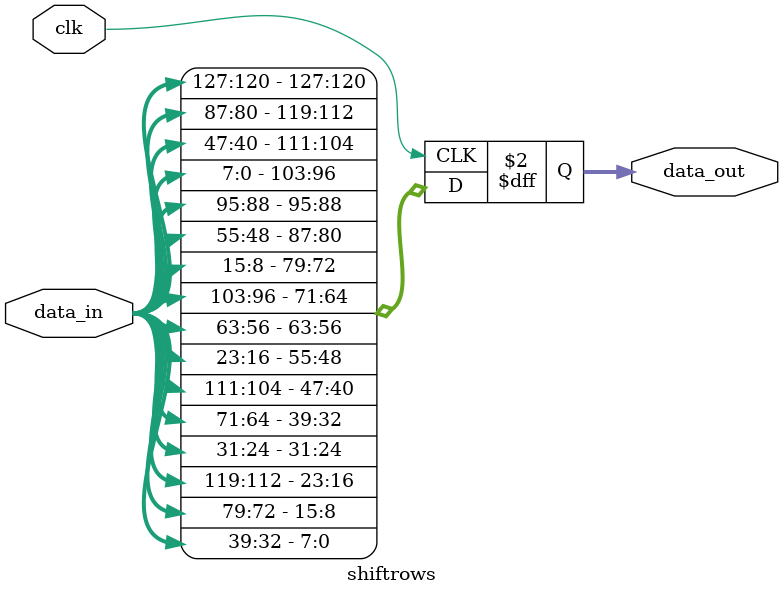
<source format=v>
`timescale 1ns / 1ps
module shiftrows(clk,data_in,data_out);
	 input clk;
	 input [127:0]data_in;
	 output reg [127:0]data_out;
	 
	 always@(posedge clk)
	 begin
	 data_out[127:120]<=data_in[127:120];
	 data_out[119:112]<=data_in[87:80];
	 data_out[111:104]<=data_in[47:40];
	 data_out[103:96]<= data_in[7:0];
	 
	 
	 data_out[95:88]<=data_in[95:88];
	 data_out[87:80]<=data_in[55:48];
	 data_out[79:72]<=data_in[15:8];
	 data_out[71:64]<=data_in[103:96];
	 
	 data_out[63:56]<=data_in[63:56];
	 data_out[55:48]<=data_in[23:16];
	 data_out[47:40]<=data_in[111:104];
	 data_out[39:32]<=data_in[71:64];
	 
	 data_out[31:24]<=data_in[31:24];
	 data_out[23:16]<=data_in[119:112];
	 data_out[15:8]<= data_in[79:72];
	 data_out[7:0]<=data_in[39:32];
	 end
endmodule

</source>
